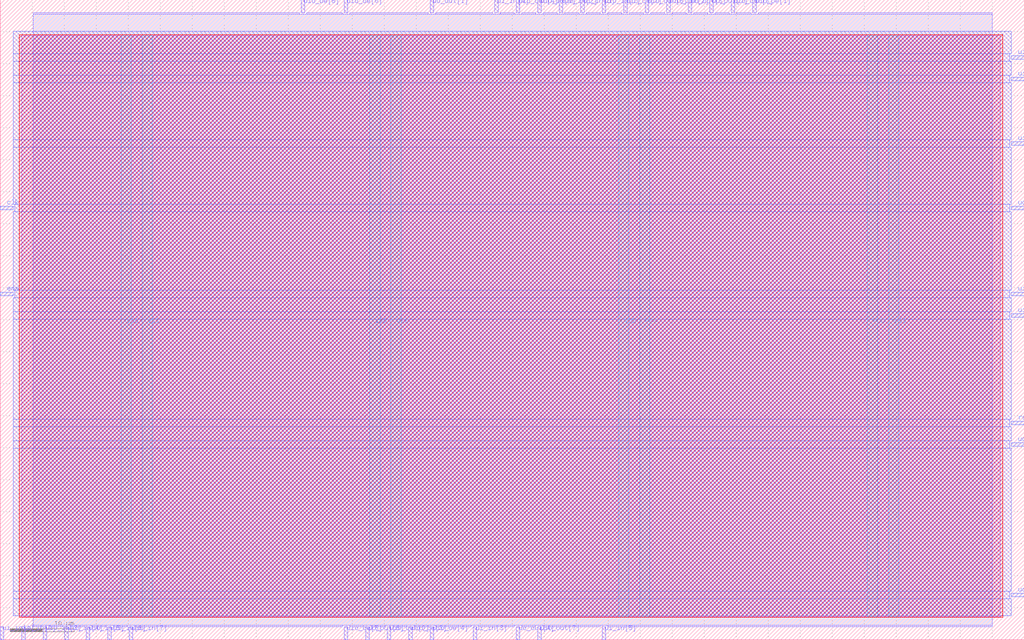
<source format=lef>
VERSION 5.7 ;
  NOWIREEXTENSIONATPIN ON ;
  DIVIDERCHAR "/" ;
  BUSBITCHARS "[]" ;
MACRO tt_um_felixfeierabend
  CLASS BLOCK ;
  FOREIGN tt_um_felixfeierabend ;
  ORIGIN 0.000 0.000 ;
  SIZE 160.000 BY 100.000 ;
  PIN VDD
    DIRECTION INOUT ;
    USE POWER ;
    PORT
      LAYER Metal4 ;
        RECT 18.880 3.620 20.480 94.380 ;
    END
    PORT
      LAYER Metal4 ;
        RECT 57.750 3.620 59.350 94.380 ;
    END
    PORT
      LAYER Metal4 ;
        RECT 96.620 3.620 98.220 94.380 ;
    END
    PORT
      LAYER Metal4 ;
        RECT 135.490 3.620 137.090 94.380 ;
    END
  END VDD
  PIN VSS
    DIRECTION INOUT ;
    USE GROUND ;
    PORT
      LAYER Metal4 ;
        RECT 22.180 3.620 23.780 94.380 ;
    END
    PORT
      LAYER Metal4 ;
        RECT 61.050 3.620 62.650 94.380 ;
    END
    PORT
      LAYER Metal4 ;
        RECT 99.920 3.620 101.520 94.380 ;
    END
    PORT
      LAYER Metal4 ;
        RECT 138.790 3.620 140.390 94.380 ;
    END
  END VSS
  PIN clk
    DIRECTION INPUT ;
    USE SIGNAL ;
    ANTENNAGATEAREA 4.738000 ;
    PORT
      LAYER Metal3 ;
        RECT 0.000 67.200 2.000 67.760 ;
    END
  END clk
  PIN ena
    DIRECTION INPUT ;
    USE SIGNAL ;
    ANTENNAGATEAREA 0.741000 ;
    PORT
      LAYER Metal3 ;
        RECT 0.000 53.760 2.000 54.320 ;
    END
  END ena
  PIN rst_n
    DIRECTION INPUT ;
    USE SIGNAL ;
    ANTENNAGATEAREA 0.741000 ;
    PORT
      LAYER Metal3 ;
        RECT 158.000 33.600 160.000 34.160 ;
    END
  END rst_n
  PIN ui_in[0]
    DIRECTION INPUT ;
    USE SIGNAL ;
    ANTENNAGATEAREA 0.741000 ;
    PORT
      LAYER Metal2 ;
        RECT 90.720 98.000 91.280 100.000 ;
    END
  END ui_in[0]
  PIN ui_in[1]
    DIRECTION INPUT ;
    USE SIGNAL ;
    PORT
      LAYER Metal2 ;
        RECT 0.000 0.000 0.560 2.000 ;
    END
  END ui_in[1]
  PIN ui_in[2]
    DIRECTION INPUT ;
    USE SIGNAL ;
    PORT
      LAYER Metal2 ;
        RECT 3.360 0.000 3.920 2.000 ;
    END
  END ui_in[2]
  PIN ui_in[3]
    DIRECTION INPUT ;
    USE SIGNAL ;
    ANTENNAGATEAREA 0.741000 ;
    PORT
      LAYER Metal2 ;
        RECT 73.920 0.000 74.480 2.000 ;
    END
  END ui_in[3]
  PIN ui_in[4]
    DIRECTION INPUT ;
    USE SIGNAL ;
    ANTENNAGATEAREA 0.741000 ;
    PORT
      LAYER Metal2 ;
        RECT 77.280 98.000 77.840 100.000 ;
    END
  END ui_in[4]
  PIN ui_in[5]
    DIRECTION INPUT ;
    USE SIGNAL ;
    ANTENNAGATEAREA 0.741000 ;
    PORT
      LAYER Metal2 ;
        RECT 94.080 0.000 94.640 2.000 ;
    END
  END ui_in[5]
  PIN ui_in[6]
    DIRECTION INPUT ;
    USE SIGNAL ;
    ANTENNAGATEAREA 0.741000 ;
    PORT
      LAYER Metal3 ;
        RECT 158.000 53.760 160.000 54.320 ;
    END
  END ui_in[6]
  PIN ui_in[7]
    DIRECTION INPUT ;
    USE SIGNAL ;
    ANTENNAGATEAREA 0.741000 ;
    PORT
      LAYER Metal3 ;
        RECT 158.000 50.400 160.000 50.960 ;
    END
  END ui_in[7]
  PIN uio_in[0]
    DIRECTION INPUT ;
    USE SIGNAL ;
    ANTENNAGATEAREA 0.741000 ;
    PORT
      LAYER Metal2 ;
        RECT 84.000 98.000 84.560 100.000 ;
    END
  END uio_in[0]
  PIN uio_in[1]
    DIRECTION INPUT ;
    USE SIGNAL ;
    ANTENNAGATEAREA 0.741000 ;
    PORT
      LAYER Metal2 ;
        RECT 94.080 98.000 94.640 100.000 ;
    END
  END uio_in[1]
  PIN uio_in[2]
    DIRECTION INPUT ;
    USE SIGNAL ;
    ANTENNAGATEAREA 0.741000 ;
    PORT
      LAYER Metal2 ;
        RECT 87.360 98.000 87.920 100.000 ;
    END
  END uio_in[2]
  PIN uio_in[3]
    DIRECTION INPUT ;
    USE SIGNAL ;
    PORT
      LAYER Metal2 ;
        RECT 6.720 0.000 7.280 2.000 ;
    END
  END uio_in[3]
  PIN uio_in[4]
    DIRECTION INPUT ;
    USE SIGNAL ;
    PORT
      LAYER Metal2 ;
        RECT 10.080 0.000 10.640 2.000 ;
    END
  END uio_in[4]
  PIN uio_in[5]
    DIRECTION INPUT ;
    USE SIGNAL ;
    PORT
      LAYER Metal2 ;
        RECT 13.440 0.000 14.000 2.000 ;
    END
  END uio_in[5]
  PIN uio_in[6]
    DIRECTION INPUT ;
    USE SIGNAL ;
    PORT
      LAYER Metal2 ;
        RECT 16.800 0.000 17.360 2.000 ;
    END
  END uio_in[6]
  PIN uio_in[7]
    DIRECTION INPUT ;
    USE SIGNAL ;
    PORT
      LAYER Metal2 ;
        RECT 20.160 0.000 20.720 2.000 ;
    END
  END uio_in[7]
  PIN uio_oe[0]
    DIRECTION OUTPUT ;
    USE SIGNAL ;
    ANTENNADIFFAREA 0.536800 ;
    PORT
      LAYER Metal2 ;
        RECT 53.760 98.000 54.320 100.000 ;
    END
  END uio_oe[0]
  PIN uio_oe[1]
    DIRECTION OUTPUT ;
    USE SIGNAL ;
    ANTENNADIFFAREA 0.536800 ;
    PORT
      LAYER Metal2 ;
        RECT 117.600 98.000 118.160 100.000 ;
    END
  END uio_oe[1]
  PIN uio_oe[2]
    DIRECTION OUTPUT ;
    USE SIGNAL ;
    ANTENNADIFFAREA 0.536800 ;
    PORT
      LAYER Metal3 ;
        RECT 158.000 77.280 160.000 77.840 ;
    END
  END uio_oe[2]
  PIN uio_oe[3]
    DIRECTION OUTPUT ;
    USE SIGNAL ;
    ANTENNADIFFAREA 0.360800 ;
    PORT
      LAYER Metal2 ;
        RECT 63.840 0.000 64.400 2.000 ;
    END
  END uio_oe[3]
  PIN uio_oe[4]
    DIRECTION OUTPUT ;
    USE SIGNAL ;
    ANTENNADIFFAREA 0.360800 ;
    PORT
      LAYER Metal2 ;
        RECT 67.200 0.000 67.760 2.000 ;
    END
  END uio_oe[4]
  PIN uio_oe[5]
    DIRECTION OUTPUT ;
    USE SIGNAL ;
    ANTENNADIFFAREA 0.360800 ;
    PORT
      LAYER Metal2 ;
        RECT 53.760 0.000 54.320 2.000 ;
    END
  END uio_oe[5]
  PIN uio_oe[6]
    DIRECTION OUTPUT ;
    USE SIGNAL ;
    ANTENNADIFFAREA 0.360800 ;
    PORT
      LAYER Metal2 ;
        RECT 47.040 98.000 47.600 100.000 ;
    END
  END uio_oe[6]
  PIN uio_oe[7]
    DIRECTION OUTPUT ;
    USE SIGNAL ;
    ANTENNADIFFAREA 0.360800 ;
    PORT
      LAYER Metal2 ;
        RECT 97.440 98.000 98.000 100.000 ;
    END
  END uio_oe[7]
  PIN uio_out[0]
    DIRECTION OUTPUT ;
    USE SIGNAL ;
    ANTENNADIFFAREA 0.360800 ;
    PORT
      LAYER Metal2 ;
        RECT 60.480 0.000 61.040 2.000 ;
    END
  END uio_out[0]
  PIN uio_out[1]
    DIRECTION OUTPUT ;
    USE SIGNAL ;
    ANTENNADIFFAREA 0.360800 ;
    PORT
      LAYER Metal3 ;
        RECT 158.000 90.720 160.000 91.280 ;
    END
  END uio_out[1]
  PIN uio_out[2]
    DIRECTION OUTPUT ;
    USE SIGNAL ;
    ANTENNADIFFAREA 0.360800 ;
    PORT
      LAYER Metal2 ;
        RECT 104.160 98.000 104.720 100.000 ;
    END
  END uio_out[2]
  PIN uio_out[3]
    DIRECTION OUTPUT ;
    USE SIGNAL ;
    ANTENNADIFFAREA 0.360800 ;
    PORT
      LAYER Metal2 ;
        RECT 114.240 98.000 114.800 100.000 ;
    END
  END uio_out[3]
  PIN uio_out[4]
    DIRECTION OUTPUT ;
    USE SIGNAL ;
    ANTENNADIFFAREA 0.360800 ;
    PORT
      LAYER Metal2 ;
        RECT 80.640 98.000 81.200 100.000 ;
    END
  END uio_out[4]
  PIN uio_out[5]
    DIRECTION OUTPUT ;
    USE SIGNAL ;
    ANTENNADIFFAREA 0.360800 ;
    PORT
      LAYER Metal2 ;
        RECT 100.800 98.000 101.360 100.000 ;
    END
  END uio_out[5]
  PIN uio_out[6]
    DIRECTION OUTPUT ;
    USE SIGNAL ;
    ANTENNADIFFAREA 0.360800 ;
    PORT
      LAYER Metal3 ;
        RECT 158.000 87.360 160.000 87.920 ;
    END
  END uio_out[6]
  PIN uio_out[7]
    DIRECTION OUTPUT ;
    USE SIGNAL ;
    ANTENNADIFFAREA 0.360800 ;
    PORT
      LAYER Metal2 ;
        RECT 84.000 0.000 84.560 2.000 ;
    END
  END uio_out[7]
  PIN uo_out[0]
    DIRECTION OUTPUT ;
    USE SIGNAL ;
    ANTENNADIFFAREA 1.986000 ;
    PORT
      LAYER Metal3 ;
        RECT 158.000 30.240 160.000 30.800 ;
    END
  END uo_out[0]
  PIN uo_out[1]
    DIRECTION OUTPUT ;
    USE SIGNAL ;
    ANTENNADIFFAREA 0.360800 ;
    PORT
      LAYER Metal2 ;
        RECT 67.200 98.000 67.760 100.000 ;
    END
  END uo_out[1]
  PIN uo_out[2]
    DIRECTION OUTPUT ;
    USE SIGNAL ;
    ANTENNADIFFAREA 0.360800 ;
    PORT
      LAYER Metal3 ;
        RECT 158.000 6.720 160.000 7.280 ;
    END
  END uo_out[2]
  PIN uo_out[3]
    DIRECTION OUTPUT ;
    USE SIGNAL ;
    ANTENNADIFFAREA 0.360800 ;
    PORT
      LAYER Metal2 ;
        RECT 107.520 98.000 108.080 100.000 ;
    END
  END uo_out[3]
  PIN uo_out[4]
    DIRECTION OUTPUT ;
    USE SIGNAL ;
    ANTENNADIFFAREA 0.360800 ;
    PORT
      LAYER Metal2 ;
        RECT 80.640 0.000 81.200 2.000 ;
    END
  END uo_out[4]
  PIN uo_out[5]
    DIRECTION OUTPUT ;
    USE SIGNAL ;
    ANTENNADIFFAREA 0.360800 ;
    PORT
      LAYER Metal3 ;
        RECT 158.000 67.200 160.000 67.760 ;
    END
  END uo_out[5]
  PIN uo_out[6]
    DIRECTION OUTPUT ;
    USE SIGNAL ;
    ANTENNADIFFAREA 0.360800 ;
    PORT
      LAYER Metal2 ;
        RECT 57.120 0.000 57.680 2.000 ;
    END
  END uo_out[6]
  PIN uo_out[7]
    DIRECTION OUTPUT ;
    USE SIGNAL ;
    ANTENNADIFFAREA 0.360800 ;
    PORT
      LAYER Metal2 ;
        RECT 110.880 98.000 111.440 100.000 ;
    END
  END uo_out[7]
  OBS
      LAYER Nwell ;
        RECT 2.930 3.490 156.670 94.510 ;
      LAYER Metal1 ;
        RECT 3.360 3.620 156.240 94.380 ;
      LAYER Metal2 ;
        RECT 5.180 97.700 46.740 98.000 ;
        RECT 47.900 97.700 53.460 98.000 ;
        RECT 54.620 97.700 66.900 98.000 ;
        RECT 68.060 97.700 76.980 98.000 ;
        RECT 78.140 97.700 80.340 98.000 ;
        RECT 81.500 97.700 83.700 98.000 ;
        RECT 84.860 97.700 87.060 98.000 ;
        RECT 88.220 97.700 90.420 98.000 ;
        RECT 91.580 97.700 93.780 98.000 ;
        RECT 94.940 97.700 97.140 98.000 ;
        RECT 98.300 97.700 100.500 98.000 ;
        RECT 101.660 97.700 103.860 98.000 ;
        RECT 105.020 97.700 107.220 98.000 ;
        RECT 108.380 97.700 110.580 98.000 ;
        RECT 111.740 97.700 113.940 98.000 ;
        RECT 115.100 97.700 117.300 98.000 ;
        RECT 118.460 97.700 154.980 98.000 ;
        RECT 5.180 2.300 154.980 97.700 ;
        RECT 5.180 2.000 6.420 2.300 ;
        RECT 7.580 2.000 9.780 2.300 ;
        RECT 10.940 2.000 13.140 2.300 ;
        RECT 14.300 2.000 16.500 2.300 ;
        RECT 17.660 2.000 19.860 2.300 ;
        RECT 21.020 2.000 53.460 2.300 ;
        RECT 54.620 2.000 56.820 2.300 ;
        RECT 57.980 2.000 60.180 2.300 ;
        RECT 61.340 2.000 63.540 2.300 ;
        RECT 64.700 2.000 66.900 2.300 ;
        RECT 68.060 2.000 73.620 2.300 ;
        RECT 74.780 2.000 80.340 2.300 ;
        RECT 81.500 2.000 83.700 2.300 ;
        RECT 84.860 2.000 93.780 2.300 ;
        RECT 94.940 2.000 154.980 2.300 ;
      LAYER Metal3 ;
        RECT 2.000 91.580 158.000 95.060 ;
        RECT 2.000 90.420 157.700 91.580 ;
        RECT 2.000 88.220 158.000 90.420 ;
        RECT 2.000 87.060 157.700 88.220 ;
        RECT 2.000 78.140 158.000 87.060 ;
        RECT 2.000 76.980 157.700 78.140 ;
        RECT 2.000 68.060 158.000 76.980 ;
        RECT 2.300 66.900 157.700 68.060 ;
        RECT 2.000 54.620 158.000 66.900 ;
        RECT 2.300 53.460 157.700 54.620 ;
        RECT 2.000 51.260 158.000 53.460 ;
        RECT 2.000 50.100 157.700 51.260 ;
        RECT 2.000 34.460 158.000 50.100 ;
        RECT 2.000 33.300 157.700 34.460 ;
        RECT 2.000 31.100 158.000 33.300 ;
        RECT 2.000 29.940 157.700 31.100 ;
        RECT 2.000 7.580 158.000 29.940 ;
        RECT 2.000 6.420 157.700 7.580 ;
        RECT 2.000 3.780 158.000 6.420 ;
  END
END tt_um_felixfeierabend
END LIBRARY


</source>
